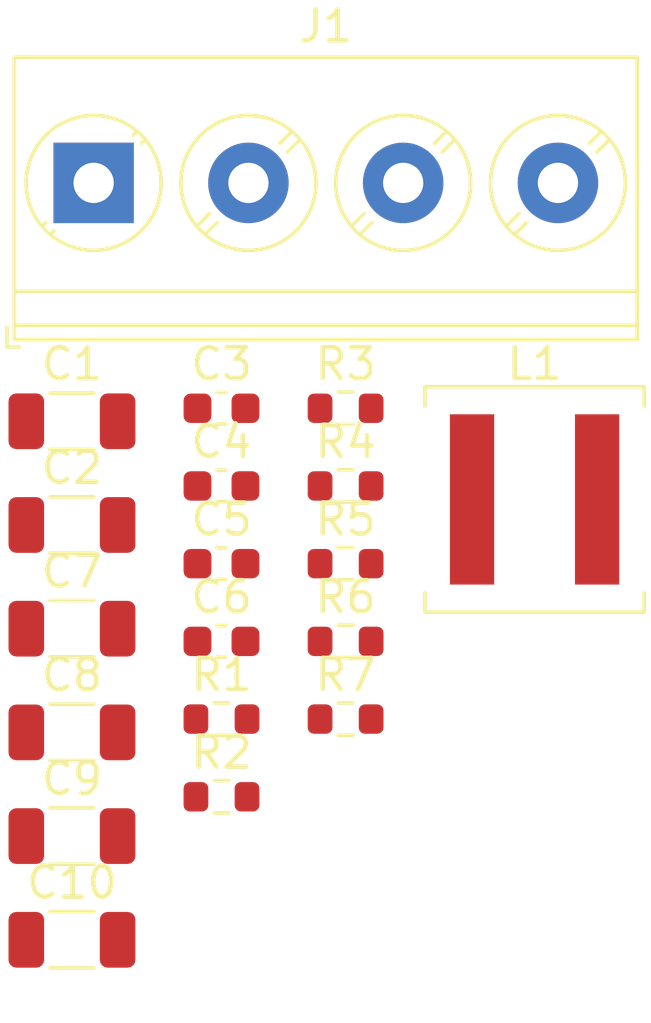
<source format=kicad_pcb>
(kicad_pcb (version 20240108) (generator "pcbnew") (generator_version "8.0")
  (layers (0 "F.Cu" signal) (31 "B.Cu" signal) (34 "B.Paste" user) (35 "F.Paste" user) (36 "B.SilkS" user "B.Silkscreen") (37 "F.SilkS" user "F.Silkscreen") (38 "B.Mask" user) (39 "F.Mask" user) (44 "Edge.Cuts" user))
  (net 0 "")
  (net 1 "+BATT")
  (net 2 "GND")
  (net 3 "U2_VCC")
  (net 4 "Net-(C5-Pad1)")
  (net 5 "Net-(U1-SW)")
  (net 6 "Net-(C6-Pad1)")
  (net 7 "+5V_BATT")
  (net 8 "+BATT_2")
  (net 9 "+BATT_1")
  (net 10 "Net-(U1-PG)")
  (net 11 "Net-(U1-VBST)")
  (net 12 "U2_FB")
  (net 13 "U2_EN")
  (footprint "Resistor_SMD:R_0603_1608Metric" (layer "F.Cu") (at 112.375 52.055)
    (property "Reference" "R3" (at 0 -1.43 0) (layer "F.SilkS"))
    (property "Value" "20k 1%")
    (fp_line (start -0.237258 -0.5225) (end 0.237258 -0.5225) (stroke (width 0.12)) (layer "F.SilkS"))
    (fp_line (start -0.237258 0.5225) (end 0.237258 0.5225) (stroke (width 0.12)) (layer "F.SilkS"))
    (pad "1" smd roundrect (at -0.825 0) (size 0.8 0.95) (layers "F.Cu" "F.Paste" "F.Mask") (net 2 "GND"))
    (pad "2" smd roundrect (at 0.825 0) (size 0.8 0.95) (layers "F.Cu" "F.Paste" "F.Mask") (net 12 "U2_FB"))
  )
  (footprint "Capacitor_SMD:C_1206_3216Metric" (layer "F.Cu") (at 103.535 55.825)
    (property "Reference" "C2" (at 0 -1.85 0) (layer "F.SilkS"))
    (property "Value" "10uF")
    (fp_line (start -0.711252 -0.91) (end 0.711252 -0.91) (stroke (width 0.12)) (layer "F.SilkS"))
    (fp_line (start -0.711252 0.91) (end 0.711252 0.91) (stroke (width 0.12)) (layer "F.SilkS"))
    (pad "1" smd roundrect (at -1.475 0) (size 1.15 1.8) (layers "F.Cu" "F.Paste" "F.Mask") (roundrect_rratio 0.217391) (net 1 "+BATT"))
    (pad "2" smd roundrect (at 1.475 0) (size 1.15 1.8) (layers "F.Cu" "F.Paste" "F.Mask") (roundrect_rratio 0.217391) (net 2 "GND"))
  )
  (footprint "Capacitor_SMD:C_1206_3216Metric" (layer "F.Cu") (at 103.535 65.875)
    (property "Reference" "C9" (at 0 -1.85 0) (layer "F.SilkS"))
    (property "Value" "22uF")
    (fp_line (start -0.711252 -0.91) (end 0.711252 -0.91) (stroke (width 0.12)) (layer "F.SilkS"))
    (fp_line (start -0.711252 0.91) (end 0.711252 0.91) (stroke (width 0.12)) (layer "F.SilkS"))
    (pad "1" smd roundrect (at -1.475 0) (size 1.15 1.8) (layers "F.Cu" "F.Paste" "F.Mask") (roundrect_rratio 0.217391) (net 7 "+5V_BATT"))
    (pad "2" smd roundrect (at 1.475 0) (size 1.15 1.8) (layers "F.Cu" "F.Paste" "F.Mask") (roundrect_rratio 0.217391) (net 2 "GND"))
  )
  (footprint "Resistor_SMD:R_0603_1608Metric" (layer "F.Cu") (at 112.375 62.095)
    (property "Reference" "R7" (at 0 -1.43 0) (layer "F.SilkS"))
    (property "Value" "100k 1%")
    (fp_line (start -0.237258 -0.5225) (end 0.237258 -0.5225) (stroke (width 0.12)) (layer "F.SilkS"))
    (fp_line (start -0.237258 0.5225) (end 0.237258 0.5225) (stroke (width 0.12)) (layer "F.SilkS"))
    (pad "1" smd roundrect (at -0.825 0) (size 0.8 0.95) (layers "F.Cu" "F.Paste" "F.Mask") (net 13 "U2_EN"))
    (pad "2" smd roundrect (at 0.825 0) (size 0.8 0.95) (layers "F.Cu" "F.Paste" "F.Mask") (net 2 "GND"))
  )
  (footprint "Capacitor_SMD:C_1206_3216Metric" (layer "F.Cu") (at 103.535 59.175)
    (property "Reference" "C7" (at 0 -1.85 0) (layer "F.SilkS"))
    (property "Value" "22uF")
    (fp_line (start -0.711252 -0.91) (end 0.711252 -0.91) (stroke (width 0.12)) (layer "F.SilkS"))
    (fp_line (start -0.711252 0.91) (end 0.711252 0.91) (stroke (width 0.12)) (layer "F.SilkS"))
    (pad "1" smd roundrect (at -1.475 0) (size 1.15 1.8) (layers "F.Cu" "F.Paste" "F.Mask") (roundrect_rratio 0.217391) (net 7 "+5V_BATT"))
    (pad "2" smd roundrect (at 1.475 0) (size 1.15 1.8) (layers "F.Cu" "F.Paste" "F.Mask") (roundrect_rratio 0.217391) (net 2 "GND"))
  )
  (footprint "Capacitor_SMD:C_0603_1608Metric" (layer "F.Cu") (at 108.365 59.585)
    (property "Reference" "C6" (at 0 -1.43 0) (layer "F.SilkS"))
    (property "Value" "22pF")
    (fp_line (start -0.14058 -0.51) (end 0.14058 -0.51) (stroke (width 0.12)) (layer "F.SilkS"))
    (fp_line (start -0.14058 0.51) (end 0.14058 0.51) (stroke (width 0.12)) (layer "F.SilkS"))
    (pad "1" smd roundrect (at -0.775 0) (size 0.9 0.95) (layers "F.Cu" "F.Paste" "F.Mask") (net 6 "Net-(C6-Pad1)"))
    (pad "2" smd roundrect (at 0.775 0) (size 0.9 0.95) (layers "F.Cu" "F.Paste" "F.Mask") (net 7 "+5V_BATT"))
  )
  (footprint "Inductor_SMD:L_Coilcraft_XAL6060-XXX" (layer "F.Cu") (at 118.48 55)
    (property "Reference" "L1" (at 0 -4.38 0) (layer "F.SilkS"))
    (property "Value" "2.2uH")
    (fp_line (start -3.54 -3.64) (end -3.54 -3.01) (stroke (width 0.12)) (layer "F.SilkS"))
    (fp_line (start -3.54 -3.64) (end 3.54 -3.64) (stroke (width 0.12)) (layer "F.SilkS"))
    (fp_line (start -3.54 3.64) (end -3.54 3.01) (stroke (width 0.12)) (layer "F.SilkS"))
    (fp_line (start -3.54 3.64) (end 3.54 3.64) (stroke (width 0.12)) (layer "F.SilkS"))
    (fp_line (start 3.54 -3.64) (end 3.54 -3.01) (stroke (width 0.12)) (layer "F.SilkS"))
    (fp_line (start 3.54 3.64) (end 3.54 3.01) (stroke (width 0.12)) (layer "F.SilkS"))
    (pad "1" smd rect (at -2.02 0) (size 1.43 5.5) (layers "F.Cu" "F.Paste" "F.Mask") (net 5 "Net-(U1-SW)"))
    (pad "2" smd rect (at 2.02 0) (size 1.43 5.5) (layers "F.Cu" "F.Paste" "F.Mask") (net 7 "+5V_BATT"))
  )
  (footprint "Resistor_SMD:R_0603_1608Metric" (layer "F.Cu") (at 112.375 54.565)
    (property "Reference" "R4" (at 0 -1.43 0) (layer "F.SilkS"))
    (property "Value" "0k 1%")
    (fp_line (start -0.237258 -0.5225) (end 0.237258 -0.5225) (stroke (width 0.12)) (layer "F.SilkS"))
    (fp_line (start -0.237258 0.5225) (end 0.237258 0.5225) (stroke (width 0.12)) (layer "F.SilkS"))
    (pad "1" smd roundrect (at -0.825 0) (size 0.8 0.95) (layers "F.Cu" "F.Paste" "F.Mask") (net 12 "U2_FB"))
    (pad "2" smd roundrect (at 0.825 0) (size 0.8 0.95) (layers "F.Cu" "F.Paste" "F.Mask") (net 6 "Net-(C6-Pad1)"))
  )
  (footprint "Capacitor_SMD:C_0603_1608Metric" (layer "F.Cu") (at 108.365 54.565)
    (property "Reference" "C4" (at 0 -1.43 0) (layer "F.SilkS"))
    (property "Value" "1.0uF")
    (fp_line (start -0.14058 -0.51) (end 0.14058 -0.51) (stroke (width 0.12)) (layer "F.SilkS"))
    (fp_line (start -0.14058 0.51) (end 0.14058 0.51) (stroke (width 0.12)) (layer "F.SilkS"))
    (pad "1" smd roundrect (at -0.775 0) (size 0.9 0.95) (layers "F.Cu" "F.Paste" "F.Mask") (net 3 "U2_VCC"))
    (pad "2" smd roundrect (at 0.775 0) (size 0.9 0.95) (layers "F.Cu" "F.Paste" "F.Mask") (net 2 "GND"))
  )
  (footprint "Resistor_SMD:R_0603_1608Metric" (layer "F.Cu") (at 112.375 57.075)
    (property "Reference" "R5" (at 0 -1.43 0) (layer "F.SilkS"))
    (property "Value" "150k 1%")
    (fp_line (start -0.237258 -0.5225) (end 0.237258 -0.5225) (stroke (width 0.12)) (layer "F.SilkS"))
    (fp_line (start -0.237258 0.5225) (end 0.237258 0.5225) (stroke (width 0.12)) (layer "F.SilkS"))
    (pad "1" smd roundrect (at -0.825 0) (size 0.8 0.95) (layers "F.Cu" "F.Paste" "F.Mask") (net 12 "U2_FB"))
    (pad "2" smd roundrect (at 0.825 0) (size 0.8 0.95) (layers "F.Cu" "F.Paste" "F.Mask") (net 7 "+5V_BATT"))
  )
  (footprint "Capacitor_SMD:C_1206_3216Metric" (layer "F.Cu") (at 103.535 69.225)
    (property "Reference" "C10" (at 0 -1.85 0) (layer "F.SilkS"))
    (property "Value" "22uF")
    (fp_line (start -0.711252 -0.91) (end 0.711252 -0.91) (stroke (width 0.12)) (layer "F.SilkS"))
    (fp_line (start -0.711252 0.91) (end 0.711252 0.91) (stroke (width 0.12)) (layer "F.SilkS"))
    (pad "1" smd roundrect (at -1.475 0) (size 1.15 1.8) (layers "F.Cu" "F.Paste" "F.Mask") (roundrect_rratio 0.217391) (net 7 "+5V_BATT"))
    (pad "2" smd roundrect (at 1.475 0) (size 1.15 1.8) (layers "F.Cu" "F.Paste" "F.Mask") (roundrect_rratio 0.217391) (net 2 "GND"))
  )
  (footprint "Capacitor_SMD:C_1206_3216Metric" (layer "F.Cu") (at 103.535 62.525)
    (property "Reference" "C8" (at 0 -1.85 0) (layer "F.SilkS"))
    (property "Value" "22uF")
    (fp_line (start -0.711252 -0.91) (end 0.711252 -0.91) (stroke (width 0.12)) (layer "F.SilkS"))
    (fp_line (start -0.711252 0.91) (end 0.711252 0.91) (stroke (width 0.12)) (layer "F.SilkS"))
    (pad "1" smd roundrect (at -1.475 0) (size 1.15 1.8) (layers "F.Cu" "F.Paste" "F.Mask") (roundrect_rratio 0.217391) (net 7 "+5V_BATT"))
    (pad "2" smd roundrect (at 1.475 0) (size 1.15 1.8) (layers "F.Cu" "F.Paste" "F.Mask") (roundrect_rratio 0.217391) (net 2 "GND"))
  )
  (footprint "Resistor_SMD:R_0603_1608Metric" (layer "F.Cu") (at 108.365 62.095)
    (property "Reference" "R1" (at 0 -1.43 0) (layer "F.SilkS"))
    (property "Value" "100k")
    (fp_line (start -0.237258 -0.5225) (end 0.237258 -0.5225) (stroke (width 0.12)) (layer "F.SilkS"))
    (fp_line (start -0.237258 0.5225) (end 0.237258 0.5225) (stroke (width 0.12)) (layer "F.SilkS"))
    (pad "1" smd roundrect (at -0.825 0) (size 0.8 0.95) (layers "F.Cu" "F.Paste" "F.Mask") (net 10 "Net-(U1-PG)"))
    (pad "2" smd roundrect (at 0.825 0) (size 0.8 0.95) (layers "F.Cu" "F.Paste" "F.Mask") (net 3 "U2_VCC"))
  )
  (footprint "TerminalBlock_Phoenix:TerminalBlock_Phoenix_PT-1,5-4-5.0-H_1x04_P5.00mm_Horizontal" (layer "F.Cu") (at 104.235 44.775)
    (property "Reference" "J1" (at 7.5 -5.06 0) (layer "F.SilkS"))
    (property "Value" "Screw_Terminal_01x04")
    (fp_line (start -2.8 4.66) (end -2.8 5.3) (stroke (width 0.12)) (layer "F.SilkS"))
    (fp_line (start -2.8 5.3) (end -2.4 5.3) (stroke (width 0.12)) (layer "F.SilkS"))
    (fp_line (start -2.56 -4.06) (end -2.56 5.06) (stroke (width 0.12)) (layer "F.SilkS"))
    (fp_line (start -2.56 -4.06) (end 17.561 -4.06) (stroke (width 0.12)) (layer "F.SilkS"))
    (fp_line (start -2.56 3.5) (end 17.561 3.5) (stroke (width 0.12)) (layer "F.SilkS"))
    (fp_line (start -2.56 4.6) (end 17.561 4.6) (stroke (width 0.12)) (layer "F.SilkS"))
    (fp_line (start -2.56 5.06) (end 17.561 5.06) (stroke (width 0.12)) (layer "F.SilkS"))
    (fp_line (start -1.548 1.281) (end -1.654 1.388) (stroke (width 0.12)) (layer "F.SilkS"))
    (fp_line (start -1.282 1.547) (end -1.388 1.654) (stroke (width 0.12)) (layer "F.SilkS"))
    (fp_line (start 1.388 -1.654) (end 1.281 -1.547) (stroke (width 0.12)) (layer "F.SilkS"))
    (fp_line (start 1.654 -1.388) (end 1.547 -1.281) (stroke (width 0.12)) (layer "F.SilkS"))
    (fp_line (start 3.742 0.992) (end 3.347 1.388) (stroke (width 0.12)) (layer "F.SilkS"))
    (fp_line (start 3.993 1.274) (end 3.613 1.654) (stroke (width 0.12)) (layer "F.SilkS"))
    (fp_line (start 6.388 -1.654) (end 6.008 -1.274) (stroke (width 0.12)) (layer "F.SilkS"))
    (fp_line (start 6.654 -1.388) (end 6.259 -0.992) (stroke (width 0.12)) (layer "F.SilkS"))
    (fp_line (start 8.742 0.992) (end 8.347 1.388) (stroke (width 0.12)) (layer "F.SilkS"))
    (fp_line (start 8.993 1.274) (end 8.613 1.654) (stroke (width 0.12)) (layer "F.SilkS"))
    (fp_line (start 11.388 -1.654) (end 11.008 -1.274) (stroke (width 0.12)) (layer "F.SilkS"))
    (fp_line (start 11.654 -1.388) (end 11.259 -0.992) (stroke (width 0.12)) (layer "F.SilkS"))
    (fp_line (start 13.742 0.992) (end 13.347 1.388) (stroke (width 0.12)) (layer "F.SilkS"))
    (fp_line (start 13.993 1.274) (end 13.613 1.654) (stroke (width 0.12)) (layer "F.SilkS"))
    (fp_line (start 16.388 -1.654) (end 16.008 -1.274) (stroke (width 0.12)) (layer "F.SilkS"))
    (fp_line (start 16.654 -1.388) (end 16.259 -0.992) (stroke (width 0.12)) (layer "F.SilkS"))
    (fp_line (start 17.561 -4.06) (end 17.561 5.06) (stroke (width 0.12)) (layer "F.SilkS"))
    (fp_circle (center 0 0) (end 2.18 0) (stroke (width 0.12)) (fill none) (layer "F.SilkS"))
    (fp_circle (center 5 0) (end 7.18 0) (stroke (width 0.12)) (fill none) (layer "F.SilkS"))
    (fp_circle (center 10 0) (end 12.18 0) (stroke (width 0.12)) (fill none) (layer "F.SilkS"))
    (fp_circle (center 15 0) (end 17.18 0) (stroke (width 0.12)) (fill none) (layer "F.SilkS"))
    (pad "1" thru_hole rect (at 0 0) (size 2.6 2.6) (drill 1.3) (layers "*.Cu" "*.Mask") (net 9 "+BATT_1"))
    (pad "2" thru_hole circle (at 5 0) (size 2.6 2.6) (drill 1.3) (layers "*.Cu" "*.Mask") (net 2 "GND"))
    (pad "3" thru_hole circle (at 10 0) (size 2.6 2.6) (drill 1.3) (layers "*.Cu" "*.Mask") (net 8 "+BATT_2"))
    (pad "4" thru_hole circle (at 15 0) (size 2.6 2.6) (drill 1.3) (layers "*.Cu" "*.Mask") (net 2 "GND"))
  )
  (footprint "Capacitor_SMD:C_0603_1608Metric" (layer "F.Cu") (at 108.365 52.055)
    (property "Reference" "C3" (at 0 -1.43 0) (layer "F.SilkS"))
    (property "Value" "0.1uF")
    (fp_line (start -0.14058 -0.51) (end 0.14058 -0.51) (stroke (width 0.12)) (layer "F.SilkS"))
    (fp_line (start -0.14058 0.51) (end 0.14058 0.51) (stroke (width 0.12)) (layer "F.SilkS"))
    (pad "1" smd roundrect (at -0.775 0) (size 0.9 0.95) (layers "F.Cu" "F.Paste" "F.Mask") (net 1 "+BATT"))
    (pad "2" smd roundrect (at 0.775 0) (size 0.9 0.95) (layers "F.Cu" "F.Paste" "F.Mask") (net 2 "GND"))
  )
  (footprint "Capacitor_SMD:C_1206_3216Metric" (layer "F.Cu") (at 103.535 52.475)
    (property "Reference" "C1" (at 0 -1.85 0) (layer "F.SilkS"))
    (property "Value" "10uF")
    (fp_line (start -0.711252 -0.91) (end 0.711252 -0.91) (stroke (width 0.12)) (layer "F.SilkS"))
    (fp_line (start -0.711252 0.91) (end 0.711252 0.91) (stroke (width 0.12)) (layer "F.SilkS"))
    (pad "1" smd roundrect (at -1.475 0) (size 1.15 1.8) (layers "F.Cu" "F.Paste" "F.Mask") (roundrect_rratio 0.217391) (net 1 "+BATT"))
    (pad "2" smd roundrect (at 1.475 0) (size 1.15 1.8) (layers "F.Cu" "F.Paste" "F.Mask") (roundrect_rratio 0.217391) (net 2 "GND"))
  )
  (footprint "Capacitor_SMD:C_0603_1608Metric" (layer "F.Cu") (at 108.365 57.075)
    (property "Reference" "C5" (at 0 -1.43 0) (layer "F.SilkS"))
    (property "Value" "0.1uF")
    (fp_line (start -0.14058 -0.51) (end 0.14058 -0.51) (stroke (width 0.12)) (layer "F.SilkS"))
    (fp_line (start -0.14058 0.51) (end 0.14058 0.51) (stroke (width 0.12)) (layer "F.SilkS"))
    (pad "1" smd roundrect (at -0.775 0) (size 0.9 0.95) (layers "F.Cu" "F.Paste" "F.Mask") (net 4 "Net-(C5-Pad1)"))
    (pad "2" smd roundrect (at 0.775 0) (size 0.9 0.95) (layers "F.Cu" "F.Paste" "F.Mask") (net 5 "Net-(U1-SW)"))
  )
  (footprint "Resistor_SMD:R_0603_1608Metric" (layer "F.Cu") (at 108.365 64.605)
    (property "Reference" "R2" (at 0 -1.43 0) (layer "F.SilkS"))
    (property "Value" "0k 1%")
    (fp_line (start -0.237258 -0.5225) (end 0.237258 -0.5225) (stroke (width 0.12)) (layer "F.SilkS"))
    (fp_line (start -0.237258 0.5225) (end 0.237258 0.5225) (stroke (width 0.12)) (layer "F.SilkS"))
    (pad "1" smd roundrect (at -0.825 0) (size 0.8 0.95) (layers "F.Cu" "F.Paste" "F.Mask") (net 11 "Net-(U1-VBST)"))
    (pad "2" smd roundrect (at 0.825 0) (size 0.8 0.95) (layers "F.Cu" "F.Paste" "F.Mask") (net 4 "Net-(C5-Pad1)"))
  )
  (footprint "Resistor_SMD:R_0603_1608Metric" (layer "F.Cu") (at 112.375 59.585)
    (property "Reference" "R6" (at 0 -1.43 0) (layer "F.SilkS"))
    (property "Value" "330k 1%")
    (fp_line (start -0.237258 -0.5225) (end 0.237258 -0.5225) (stroke (width 0.12)) (layer "F.SilkS"))
    (fp_line (start -0.237258 0.5225) (end 0.237258 0.5225) (stroke (width 0.12)) (layer "F.SilkS"))
    (pad "1" smd roundrect (at -0.825 0) (size 0.8 0.95) (layers "F.Cu" "F.Paste" "F.Mask") (net 1 "+BATT"))
    (pad "2" smd roundrect (at 0.825 0) (size 0.8 0.95) (layers "F.Cu" "F.Paste" "F.Mask") (net 13 "U2_EN"))
  )
)
</source>
